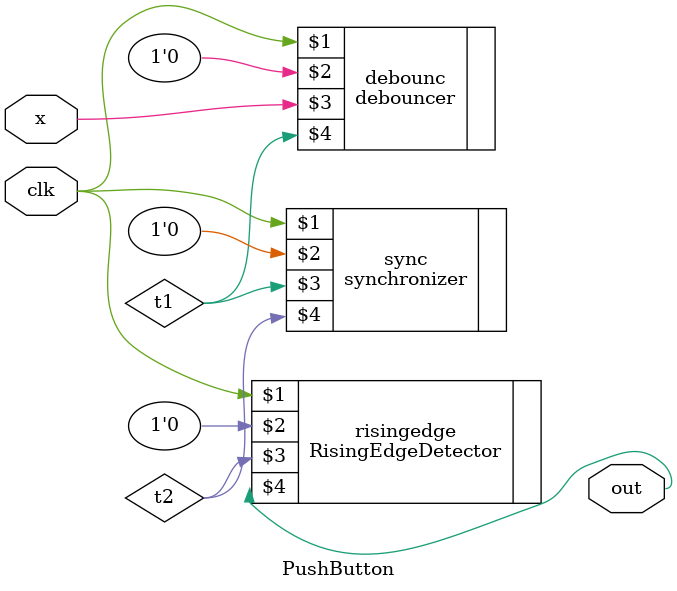
<source format=v>

`timescale 1ns/1ns

module PushButton(input x, clk, output out

    );

    wire t1,t2;
//the debouncer is delaying using 3 D flipflops to avoid the push buttons bounces
    debouncer debounc (clk, 1'b0, x, t1);
//the synchronizer is delaying using flipflops to avoid the push buttons bounces
    synchronizer sync (clk, 1'b0, t1, t2);
//the RisingEdgeDetector is used to indicate the onset of a slow time-varying input signal
//it generates a short one-clock-cycle tick when the input signal changes from 0 to 1
    RisingEdgeDetector risingedge (clk, 1'b0, t2, out);
    
endmodule

</source>
